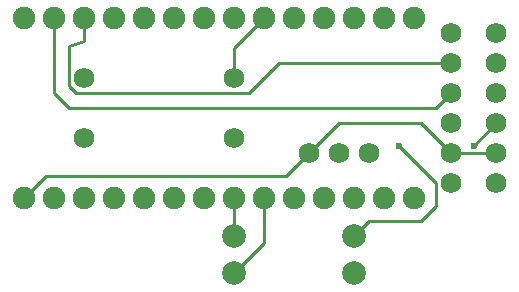
<source format=gbl>
G04 #@! TF.FileFunction,Copper,L2,Bot,Signal*
%FSLAX46Y46*%
G04 Gerber Fmt 4.6, Leading zero omitted, Abs format (unit mm)*
G04 Created by KiCad (PCBNEW 4.0.0-rc1-stable) date 11/7/2015 3:14:44 PM*
%MOMM*%
G01*
G04 APERTURE LIST*
%ADD10C,0.020000*%
%ADD11C,1.900000*%
%ADD12C,1.752600*%
%ADD13C,1.998980*%
%ADD14C,0.600000*%
%ADD15C,0.250000*%
G04 APERTURE END LIST*
D10*
D11*
X109220000Y-68580000D03*
X111760000Y-68580000D03*
X114300000Y-68580000D03*
X116840000Y-68580000D03*
X119380000Y-68580000D03*
X121920000Y-68580000D03*
X124460000Y-68580000D03*
X127000000Y-68580000D03*
X129540000Y-68580000D03*
X132080000Y-68580000D03*
X134620000Y-68580000D03*
X137160000Y-68580000D03*
X139700000Y-68580000D03*
X139700000Y-83820000D03*
X137160000Y-83820000D03*
X134620000Y-83820000D03*
X132080000Y-83820000D03*
X129540000Y-83820000D03*
X127000000Y-83820000D03*
X124460000Y-83820000D03*
X121920000Y-83820000D03*
X119380000Y-83820000D03*
X116840000Y-83820000D03*
X114300000Y-83820000D03*
X111760000Y-83820000D03*
X109220000Y-83820000D03*
X106680000Y-83820000D03*
X106680000Y-68580000D03*
D12*
X124460000Y-78740000D03*
X124460000Y-73660000D03*
X111760000Y-73660000D03*
X111760000Y-78740000D03*
X142875000Y-82550000D03*
X142875000Y-80010000D03*
X142875000Y-77470000D03*
X142875000Y-74930000D03*
X142875000Y-72390000D03*
X142875000Y-69850000D03*
X146685000Y-82550000D03*
X146685000Y-80010000D03*
X146685000Y-77470000D03*
X146685000Y-74930000D03*
X146685000Y-72390000D03*
X146685000Y-69850000D03*
X130810000Y-80010000D03*
X133350000Y-80010000D03*
X135890000Y-80010000D03*
D13*
X124460000Y-86995000D03*
X134620000Y-86995000D03*
X124460000Y-90170000D03*
X134620000Y-90170000D03*
D14*
X144780000Y-79375000D03*
X138430000Y-79375000D03*
X111760000Y-73660000D03*
D15*
X140335000Y-77470000D02*
X142875000Y-80010000D01*
X133350000Y-77470000D02*
X140335000Y-77470000D01*
X130810000Y-80010000D02*
X133350000Y-77470000D01*
X142875000Y-80010000D02*
X146685000Y-80010000D01*
X128905000Y-81915000D02*
X130810000Y-80010000D01*
X108585000Y-81915000D02*
X128905000Y-81915000D01*
X106680000Y-83820000D02*
X108585000Y-81915000D01*
X128270000Y-72390000D02*
X142875000Y-72390000D01*
X125730000Y-74930000D02*
X128270000Y-72390000D01*
X111125000Y-74930000D02*
X125730000Y-74930000D01*
X110490000Y-74295000D02*
X111125000Y-74930000D01*
X110490000Y-70908333D02*
X110490000Y-74295000D01*
X111760000Y-70485000D02*
X110490000Y-70908333D01*
X111760000Y-68580000D02*
X111760000Y-70485000D01*
X144780000Y-79375000D02*
X146685000Y-77470000D01*
X134620000Y-86995000D02*
X135890000Y-85725000D01*
X141605000Y-82550000D02*
X138430000Y-79375000D01*
X141605000Y-84455000D02*
X141605000Y-82550000D01*
X140335000Y-85725000D02*
X141605000Y-84455000D01*
X135890000Y-85725000D02*
X140335000Y-85725000D01*
X124460000Y-71120000D02*
X124460000Y-73660000D01*
X124460000Y-71120000D02*
X127000000Y-68580000D01*
X124460000Y-90170000D02*
X127000000Y-87630000D01*
X127000000Y-87630000D02*
X127000000Y-83820000D01*
X124460000Y-83820000D02*
X124460000Y-86995000D01*
X141605000Y-76200000D02*
X142875000Y-74930000D01*
X109220000Y-68580000D02*
X109220000Y-74930000D01*
X109220000Y-74930000D02*
X110490000Y-76200000D01*
X110490000Y-76200000D02*
X141605000Y-76200000D01*
M02*

</source>
